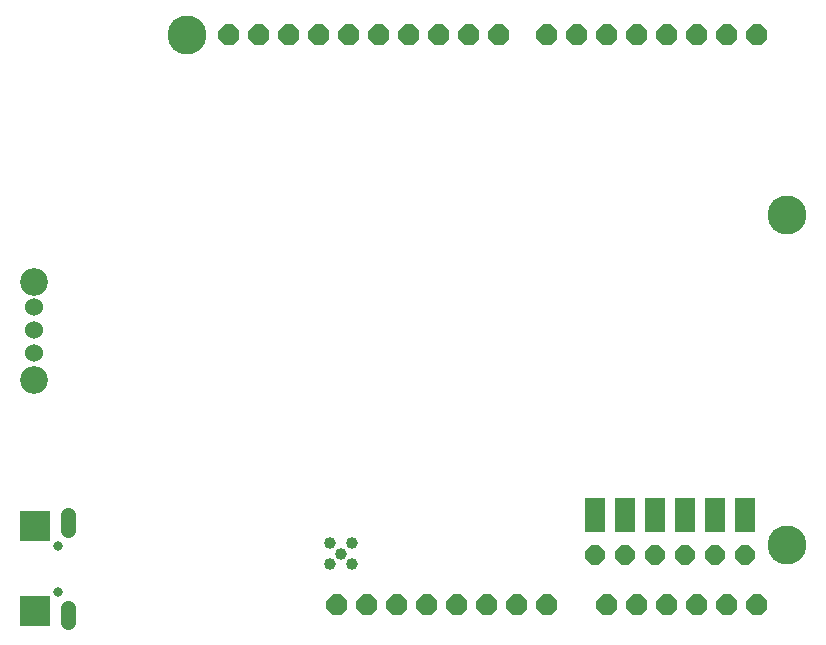
<source format=gbr>
G04 EAGLE Gerber RS-274X export*
G75*
%MOMM*%
%FSLAX34Y34*%
%LPD*%
%INSoldermask Bottom*%
%IPPOS*%
%AMOC8*
5,1,8,0,0,1.08239X$1,22.5*%
G01*
%ADD10C,3.301600*%
%ADD11C,1.524000*%
%ADD12C,2.351600*%
%ADD13P,1.759533X8X292.500000*%
%ADD14P,1.924489X8X22.500000*%
%ADD15C,0.801600*%
%ADD16R,2.601600X2.601600*%
%ADD17C,1.309600*%
%ADD18C,1.009600*%
%ADD19R,1.651000X2.921000*%


D10*
X152400Y508000D03*
X660400Y76200D03*
X660400Y355600D03*
D11*
X22860Y257810D03*
D12*
X22860Y215810D03*
X22860Y298810D03*
D11*
X22860Y277810D03*
X22860Y238810D03*
D13*
X624840Y67310D03*
X599440Y67310D03*
X574040Y67310D03*
X548640Y67310D03*
X523240Y67310D03*
X497840Y67310D03*
D14*
X533400Y508000D03*
X508000Y25400D03*
X558800Y508000D03*
X584200Y508000D03*
X609600Y508000D03*
X635000Y508000D03*
X508000Y508000D03*
X482600Y508000D03*
X457200Y508000D03*
X416560Y508000D03*
X391160Y508000D03*
X365760Y508000D03*
X340360Y508000D03*
X314960Y508000D03*
X289560Y508000D03*
X264160Y508000D03*
X238760Y508000D03*
X533400Y25400D03*
X558800Y25400D03*
X584200Y25400D03*
X609600Y25400D03*
X635000Y25400D03*
X457200Y25400D03*
X431800Y25400D03*
X406400Y25400D03*
X381000Y25400D03*
X355600Y25400D03*
X330200Y25400D03*
X213360Y508000D03*
X187960Y508000D03*
X304800Y25400D03*
X279400Y25400D03*
D15*
X43180Y75380D03*
X43180Y36380D03*
D16*
X24180Y19880D03*
X24180Y91880D03*
D17*
X52180Y88880D02*
X52180Y100960D01*
X52180Y22880D02*
X52180Y10800D01*
D18*
X283210Y68580D03*
X292210Y77580D03*
X292210Y59580D03*
X274210Y59580D03*
X274210Y77580D03*
D19*
X497840Y101600D03*
X523240Y101600D03*
X548640Y101600D03*
X574040Y101600D03*
X599440Y101600D03*
X624840Y101600D03*
M02*

</source>
